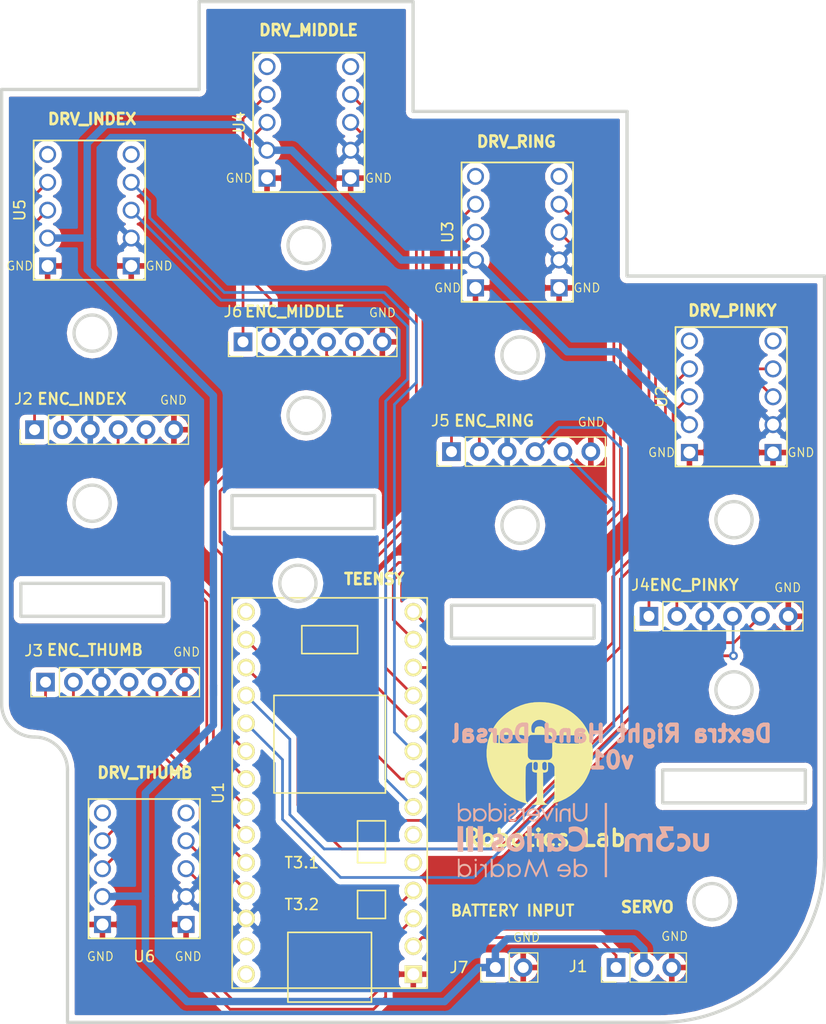
<source format=kicad_pcb>
(kicad_pcb (version 20171130) (host pcbnew "(5.0.2)-1")
  (title_block (title "Dextra Right Hand Dorsal PCB") (date 2019-02-22) (rev v01) (comment 4 "Author: Andrea Gil Ruiz"))
  (layers (0 F.Cu signal hide) (31 B.Cu signal hide) (34 B.Paste user) (35 F.Paste user) (36 B.SilkS user) (37 F.SilkS user) (38 B.Mask user) (39 F.Mask user) (44 Edge.Cuts user))
  (net 0 "")
  (net 1 P0)
  (net 2 Vbat)
  (net 3 GND)
  (net 4 P20)
  (net 5 P21)
  (net 6 +3V3)
  (net 7 M24)
  (net 8 M14)
  (net 9 M15)
  (net 10 M25)
  (net 11 P23)
  (net 12 P22)
  (net 13 M11)
  (net 14 M21)
  (net 15 P15)
  (net 16 P14)
  (net 17 P16)
  (net 18 P17)
  (net 19 M22)
  (net 20 M12)
  (net 21 M13)
  (net 22 M23)
  (net 23 P19)
  (net 24 P18)
  (net 25 "Net-(U1-Pad20)")
  (net 26 P12)
  (net 27 "Net-(U1-Pad32)")
  (net 28 "Net-(U1-Pad33)")
  (net 29 P11)
  (net 30 P10)
  (net 31 P9)
  (net 32 P8)
  (net 33 P7)
  (net 34 P6)
  (net 35 P5)
  (net 36 "Net-(U1-Pad6)")
  (net 37 "Net-(U1-Pad5)")
  (net 38 P2)
  (net 39 P1)
  (net 40 "Net-(U2-Pad6)")
  (net 41 "Net-(U2-Pad5)")
  (net 42 "Net-(U3-Pad5)")
  (net 43 "Net-(U3-Pad6)")
  (net 44 "Net-(U4-Pad5)")
  (net 45 "Net-(U4-Pad6)")
  (net 46 "Net-(U5-Pad6)")
  (net 47 "Net-(U5-Pad5)")
  (net 48 "Net-(U6-Pad6)")
  (net 49 "Net-(U6-Pad5)")
  (module dorsalPCB_Components:Pololu_DRV8838 (layer F.Cu) (at 118.5 63.5 90)
    (fp_text reference U5 (at 0 -6.35 90) (layer F.SilkS))
    (fp_text value DRV_INDEX)
    (fp_text user GND (at -5.08 -6.35 -180) (layer F.SilkS) (effects (font (size 0.8 0.8) (thickness 0.1))))
    (fp_text user GND (at -5.08 6.35 -180) (layer F.SilkS) (effects (font (size 0.8 0.8) (thickness 0.1))))
    (pad 9 thru_hole circle (at -2.54 -3.81 90) (size 1.55 1.55) (drill 1.1) (layers *.Cu *.Mask) (net 2 Vbat))
    (pad 8 thru_hole circle (at 0 -3.81 90) (size 1.55 1.55) (drill 1.1) (layers *.Cu *.Mask) (net 7 M24))
    (pad 7 thru_hole circle (at 2.54 -3.81 90) (size 1.55 1.55) (drill 1.1) (layers *.Cu *.Mask) (net 8 M14))
    (pad 6 thru_hole circle (at 5.08 -3.81 90) (size 1.55 1.55) (drill 1.1) (layers *.Cu *.Mask) (net 46 "Net-(U5-Pad6)"))
    (pad 10 thru_hole rect (at -5.08 -3.81 90) (size 1.55 1.55) (drill 1.1) (layers *.Cu *.Mask) (net 3 GND))
    (pad 5 thru_hole circle (at 5.08 3.81 90) (size 1.55 1.55) (drill 1.1) (layers *.Cu *.Mask) (net 47 "Net-(U5-Pad5)"))
    (pad 4 thru_hole circle (at 2.54 3.81 90) (size 1.55 1.55) (drill 1.1) (layers *.Cu *.Mask) (net 33 P7))
    (pad 3 thru_hole circle (at 0 3.81 90) (size 1.55 1.55) (drill 1.1) (layers *.Cu *.Mask) (net 35 P5))
    (pad 2 thru_hole circle (at -2.54 3.81 90) (size 1.55 1.55) (drill 1.1) (layers *.Cu *.Mask) (net 6 +3V3))
    (pad 1 thru_hole rect (at -5.08 3.81 180) (size 1.55 1.55) (drill 1.1) (layers *.Cu *.Mask) (net 3 GND))
  )
  (module dorsalPCB_Components:Teensy31_32_SidesOnly (layer F.Cu) (at 140.4 116.6 90)
    (fp_text reference U1 (at 0 -10.16 90) (layer F.SilkS))
    (fp_text value Teensy3.1)
    (fp_text user T3.1 (at -6.35 -2.54 180) (layer F.SilkS))
    (fp_text user T3.2 (at -10.16 -2.54 180) (layer F.SilkS))
    (pad 1 thru_hole rect (at -16.51 7.62 90) (size 1.6 1.6) (drill 1.1) (layers *.Cu *.Mask F.SilkS) (net 3 GND))
    (pad 2 thru_hole circle (at -13.97 7.62 90) (size 1.6 1.6) (drill 1.1) (layers *.Cu *.Mask F.SilkS) (net 1 P0))
    (pad 3 thru_hole circle (at -11.43 7.62 90) (size 1.6 1.6) (drill 1.1) (layers *.Cu *.Mask F.SilkS) (net 39 P1))
    (pad 4 thru_hole circle (at -8.89 7.62 90) (size 1.6 1.6) (drill 1.1) (layers *.Cu *.Mask F.SilkS) (net 38 P2))
    (pad 5 thru_hole circle (at -6.35 7.62 90) (size 1.6 1.6) (drill 1.1) (layers *.Cu *.Mask F.SilkS) (net 37 "Net-(U1-Pad5)"))
    (pad 6 thru_hole circle (at -3.81 7.62 90) (size 1.6 1.6) (drill 1.1) (layers *.Cu *.Mask F.SilkS) (net 36 "Net-(U1-Pad6)"))
    (pad 7 thru_hole circle (at -1.27 7.62 90) (size 1.6 1.6) (drill 1.1) (layers *.Cu *.Mask F.SilkS) (net 35 P5))
    (pad 8 thru_hole circle (at 1.27 7.62 90) (size 1.6 1.6) (drill 1.1) (layers *.Cu *.Mask F.SilkS) (net 34 P6))
    (pad 9 thru_hole circle (at 3.81 7.62 90) (size 1.6 1.6) (drill 1.1) (layers *.Cu *.Mask F.SilkS) (net 33 P7))
    (pad 10 thru_hole circle (at 6.35 7.62 90) (size 1.6 1.6) (drill 1.1) (layers *.Cu *.Mask F.SilkS) (net 32 P8))
    (pad 11 thru_hole circle (at 8.89 7.62 90) (size 1.6 1.6) (drill 1.1) (layers *.Cu *.Mask F.SilkS) (net 31 P9))
    (pad 12 thru_hole circle (at 11.43 7.62 90) (size 1.6 1.6) (drill 1.1) (layers *.Cu *.Mask F.SilkS) (net 30 P10))
    (pad 13 thru_hole circle (at 13.97 7.62 90) (size 1.6 1.6) (drill 1.1) (layers *.Cu *.Mask F.SilkS) (net 29 P11))
    (pad 33 thru_hole circle (at -16.51 -7.62 90) (size 1.6 1.6) (drill 1.1) (layers *.Cu *.Mask F.SilkS) (net 28 "Net-(U1-Pad33)"))
    (pad 32 thru_hole circle (at -13.97 -7.62 90) (size 1.6 1.6) (drill 1.1) (layers *.Cu *.Mask F.SilkS) (net 27 "Net-(U1-Pad32)"))
    (pad 31 thru_hole circle (at -11.43 -7.62 90) (size 1.6 1.6) (drill 1.1) (layers *.Cu *.Mask F.SilkS) (net 6 +3V3))
    (pad 30 thru_hole circle (at -8.89 -7.62 90) (size 1.6 1.6) (drill 1.1) (layers *.Cu *.Mask F.SilkS) (net 11 P23))
    (pad 29 thru_hole circle (at -6.35 -7.62 90) (size 1.6 1.6) (drill 1.1) (layers *.Cu *.Mask F.SilkS) (net 12 P22))
    (pad 28 thru_hole circle (at -3.81 -7.62 90) (size 1.6 1.6) (drill 1.1) (layers *.Cu *.Mask F.SilkS) (net 5 P21))
    (pad 27 thru_hole circle (at -1.27 -7.62 90) (size 1.6 1.6) (drill 1.1) (layers *.Cu *.Mask F.SilkS) (net 4 P20))
    (pad 26 thru_hole circle (at 1.27 -7.62 90) (size 1.6 1.6) (drill 1.1) (layers *.Cu *.Mask F.SilkS) (net 23 P19))
    (pad 25 thru_hole circle (at 3.81 -7.62 90) (size 1.6 1.6) (drill 1.1) (layers *.Cu *.Mask F.SilkS) (net 24 P18))
    (pad 24 thru_hole circle (at 6.35 -7.62 90) (size 1.6 1.6) (drill 1.1) (layers *.Cu *.Mask F.SilkS) (net 18 P17))
    (pad 23 thru_hole circle (at 8.89 -7.62 90) (size 1.6 1.6) (drill 1.1) (layers *.Cu *.Mask F.SilkS) (net 17 P16))
    (pad 22 thru_hole circle (at 11.43 -7.62 90) (size 1.6 1.6) (drill 1.1) (layers *.Cu *.Mask F.SilkS) (net 15 P15))
    (pad 21 thru_hole circle (at 13.97 -7.62 90) (size 1.6 1.6) (drill 1.1) (layers *.Cu *.Mask F.SilkS) (net 16 P14))
    (pad 14 thru_hole circle (at 16.51 7.62 90) (size 1.6 1.6) (drill 1.1) (layers *.Cu *.Mask F.SilkS) (net 26 P12))
    (pad 20 thru_hole circle (at 16.51 -7.62 90) (size 1.6 1.6) (drill 1.1) (layers *.Cu *.Mask F.SilkS) (net 25 "Net-(U1-Pad20)"))
  )
  (module Connector_PinHeader_2.54mm:PinHeader_1x03_P2.54mm_Vertical (layer F.Cu) (at 166.5 132.5 90)
    (fp_text reference J1 (at 0.09488 -3.45994 180) (layer F.SilkS))
    (fp_text value Servo)
    (pad 1 thru_hole rect (at 0 0 90) (size 1.7 1.7) (drill 1) (layers *.Cu *.Mask) (net 1 P0))
    (pad 2 thru_hole oval (at 0 2.54 90) (size 1.7 1.7) (drill 1) (layers *.Cu *.Mask) (net 2 Vbat))
    (pad 3 thru_hole oval (at 0 5.08 90) (size 1.7 1.7) (drill 1) (layers *.Cu *.Mask) (net 3 GND))
  )
  (module Connector_PinHeader_2.54mm:PinHeader_1x06_P2.54mm_Vertical (layer F.Cu) (at 113.5 83.5 90)
    (fp_text reference J2 (at 2.80928 -1.01102 180) (layer F.SilkS))
    (fp_text value ENC_INDEX)
    (pad 6 thru_hole oval (at 0 12.7 90) (size 1.7 1.7) (drill 1) (layers *.Cu *.Mask) (net 3 GND))
    (pad 5 thru_hole oval (at 0 10.16 90) (size 1.7 1.7) (drill 1) (layers *.Cu *.Mask) (net 4 P20))
    (pad 4 thru_hole oval (at 0 7.62 90) (size 1.7 1.7) (drill 1) (layers *.Cu *.Mask) (net 5 P21))
    (pad 3 thru_hole oval (at 0 5.08 90) (size 1.7 1.7) (drill 1) (layers *.Cu *.Mask) (net 6 +3V3))
    (pad 2 thru_hole oval (at 0 2.54 90) (size 1.7 1.7) (drill 1) (layers *.Cu *.Mask) (net 7 M24))
    (pad 1 thru_hole rect (at 0 0 90) (size 1.7 1.7) (drill 1) (layers *.Cu *.Mask) (net 8 M14))
  )
  (module Connector_PinHeader_2.54mm:PinHeader_1x06_P2.54mm_Vertical (layer F.Cu) (at 114.5 106.5 90)
    (fp_text reference J3 (at 2.86546 -1.0763 180) (layer F.SilkS))
    (fp_text value ENC_THUMB)
    (pad 1 thru_hole rect (at 0 0 90) (size 1.7 1.7) (drill 1) (layers *.Cu *.Mask) (net 9 M15))
    (pad 2 thru_hole oval (at 0 2.54 90) (size 1.7 1.7) (drill 1) (layers *.Cu *.Mask) (net 10 M25))
    (pad 3 thru_hole oval (at 0 5.08 90) (size 1.7 1.7) (drill 1) (layers *.Cu *.Mask) (net 6 +3V3))
    (pad 4 thru_hole oval (at 0 7.62 90) (size 1.7 1.7) (drill 1) (layers *.Cu *.Mask) (net 11 P23))
    (pad 5 thru_hole oval (at 0 10.16 90) (size 1.7 1.7) (drill 1) (layers *.Cu *.Mask) (net 12 P22))
    (pad 6 thru_hole oval (at 0 12.7 90) (size 1.7 1.7) (drill 1) (layers *.Cu *.Mask) (net 3 GND))
  )
  (module Connector_PinHeader_2.54mm:PinHeader_1x06_P2.54mm_Vertical (layer F.Cu) (at 169.5 100.5 90)
    (fp_text reference J4 (at 2.8497 -0.7678 180) (layer F.SilkS))
    (fp_text value ENC_PINKY)
    (pad 1 thru_hole rect (at 0 0 90) (size 1.7 1.7) (drill 1) (layers *.Cu *.Mask) (net 13 M11))
    (pad 2 thru_hole oval (at 0 2.54 90) (size 1.7 1.7) (drill 1) (layers *.Cu *.Mask) (net 14 M21))
    (pad 3 thru_hole oval (at 0 5.08 90) (size 1.7 1.7) (drill 1) (layers *.Cu *.Mask) (net 6 +3V3))
    (pad 4 thru_hole oval (at 0 7.62 90) (size 1.7 1.7) (drill 1) (layers *.Cu *.Mask) (net 15 P15))
    (pad 5 thru_hole oval (at 0 10.16 90) (size 1.7 1.7) (drill 1) (layers *.Cu *.Mask) (net 16 P14))
    (pad 6 thru_hole oval (at 0 12.7 90) (size 1.7 1.7) (drill 1) (layers *.Cu *.Mask) (net 3 GND))
  )
  (module Connector_PinHeader_2.54mm:PinHeader_1x06_P2.54mm_Vertical (layer F.Cu) (at 151.5 85.5 90)
    (fp_text reference J5 (at 2.81792 -1.01516 180) (layer F.SilkS))
    (fp_text value ENC_RING)
    (pad 6 thru_hole oval (at 0 12.7 90) (size 1.7 1.7) (drill 1) (layers *.Cu *.Mask) (net 3 GND))
    (pad 5 thru_hole oval (at 0 10.16 90) (size 1.7 1.7) (drill 1) (layers *.Cu *.Mask) (net 17 P16))
    (pad 4 thru_hole oval (at 0 7.62 90) (size 1.7 1.7) (drill 1) (layers *.Cu *.Mask) (net 18 P17))
    (pad 3 thru_hole oval (at 0 5.08 90) (size 1.7 1.7) (drill 1) (layers *.Cu *.Mask) (net 6 +3V3))
    (pad 2 thru_hole oval (at 0 2.54 90) (size 1.7 1.7) (drill 1) (layers *.Cu *.Mask) (net 19 M22))
    (pad 1 thru_hole rect (at 0 0 90) (size 1.7 1.7) (drill 1) (layers *.Cu *.Mask) (net 20 M12))
  )
  (module Connector_PinHeader_2.54mm:PinHeader_1x06_P2.54mm_Vertical (layer F.Cu) (at 132.5 75.5 90)
    (fp_text reference J6 (at 2.7671 -0.91276 180) (layer F.SilkS))
    (fp_text value ENC_MIDDLE)
    (pad 1 thru_hole rect (at 0 0 90) (size 1.7 1.7) (drill 1) (layers *.Cu *.Mask) (net 21 M13))
    (pad 2 thru_hole oval (at 0 2.54 90) (size 1.7 1.7) (drill 1) (layers *.Cu *.Mask) (net 22 M23))
    (pad 3 thru_hole oval (at 0 5.08 90) (size 1.7 1.7) (drill 1) (layers *.Cu *.Mask) (net 6 +3V3))
    (pad 4 thru_hole oval (at 0 7.62 90) (size 1.7 1.7) (drill 1) (layers *.Cu *.Mask) (net 23 P19))
    (pad 5 thru_hole oval (at 0 10.16 90) (size 1.7 1.7) (drill 1) (layers *.Cu *.Mask) (net 24 P18))
    (pad 6 thru_hole oval (at 0 12.7 90) (size 1.7 1.7) (drill 1) (layers *.Cu *.Mask) (net 3 GND))
  )
  (module dorsalPCB_Components:Pololu_DRV8838 (layer F.Cu) (at 177 80.5 90)
    (fp_text reference U2 (at 0 -6.35 90) (layer F.SilkS))
    (fp_text value DRV_PINKY)
    (fp_text user GND (at -5.08 -6.35 -180) (layer F.SilkS) (effects (font (size 0.8 0.8) (thickness 0.1))))
    (fp_text user GND (at -5.08 6.35 -180) (layer F.SilkS) (effects (font (size 0.8 0.8) (thickness 0.1))))
    (pad 9 thru_hole circle (at -2.54 -3.81 90) (size 1.55 1.55) (drill 1.1) (layers *.Cu *.Mask) (net 2 Vbat))
    (pad 8 thru_hole circle (at 0 -3.81 90) (size 1.55 1.55) (drill 1.1) (layers *.Cu *.Mask) (net 14 M21))
    (pad 7 thru_hole circle (at 2.54 -3.81 90) (size 1.55 1.55) (drill 1.1) (layers *.Cu *.Mask) (net 13 M11))
    (pad 6 thru_hole circle (at 5.08 -3.81 90) (size 1.55 1.55) (drill 1.1) (layers *.Cu *.Mask) (net 40 "Net-(U2-Pad6)"))
    (pad 10 thru_hole rect (at -5.08 -3.81 90) (size 1.55 1.55) (drill 1.1) (layers *.Cu *.Mask) (net 3 GND))
    (pad 5 thru_hole circle (at 5.08 3.81 90) (size 1.55 1.55) (drill 1.1) (layers *.Cu *.Mask) (net 41 "Net-(U2-Pad5)"))
    (pad 4 thru_hole circle (at 2.54 3.81 90) (size 1.55 1.55) (drill 1.1) (layers *.Cu *.Mask) (net 26 P12))
    (pad 3 thru_hole circle (at 0 3.81 90) (size 1.55 1.55) (drill 1.1) (layers *.Cu *.Mask) (net 30 P10))
    (pad 2 thru_hole circle (at -2.54 3.81 90) (size 1.55 1.55) (drill 1.1) (layers *.Cu *.Mask) (net 6 +3V3))
    (pad 1 thru_hole rect (at -5.08 3.81 180) (size 1.55 1.55) (drill 1.1) (layers *.Cu *.Mask) (net 3 GND))
  )
  (module dorsalPCB_Components:Pololu_DRV8838 (layer F.Cu) (at 157.5 65.5 90)
    (fp_text reference U3 (at 0 -6.35 90) (layer F.SilkS))
    (fp_text value DRV_RING)
    (fp_text user GND (at -5.08 6.35 -180) (layer F.SilkS) (effects (font (size 0.8 0.8) (thickness 0.1))))
    (fp_text user GND (at -5.08 -6.35 -180) (layer F.SilkS) (effects (font (size 0.8 0.8) (thickness 0.1))))
    (pad 1 thru_hole rect (at -5.08 3.81 180) (size 1.55 1.55) (drill 1.1) (layers *.Cu *.Mask) (net 3 GND))
    (pad 2 thru_hole circle (at -2.54 3.81 90) (size 1.55 1.55) (drill 1.1) (layers *.Cu *.Mask) (net 6 +3V3))
    (pad 3 thru_hole circle (at 0 3.81 90) (size 1.55 1.55) (drill 1.1) (layers *.Cu *.Mask) (net 31 P9))
    (pad 4 thru_hole circle (at 2.54 3.81 90) (size 1.55 1.55) (drill 1.1) (layers *.Cu *.Mask) (net 29 P11))
    (pad 5 thru_hole circle (at 5.08 3.81 90) (size 1.55 1.55) (drill 1.1) (layers *.Cu *.Mask) (net 42 "Net-(U3-Pad5)"))
    (pad 10 thru_hole rect (at -5.08 -3.81 90) (size 1.55 1.55) (drill 1.1) (layers *.Cu *.Mask) (net 3 GND))
    (pad 6 thru_hole circle (at 5.08 -3.81 90) (size 1.55 1.55) (drill 1.1) (layers *.Cu *.Mask) (net 43 "Net-(U3-Pad6)"))
    (pad 7 thru_hole circle (at 2.54 -3.81 90) (size 1.55 1.55) (drill 1.1) (layers *.Cu *.Mask) (net 20 M12))
    (pad 8 thru_hole circle (at 0 -3.81 90) (size 1.55 1.55) (drill 1.1) (layers *.Cu *.Mask) (net 19 M22))
    (pad 9 thru_hole circle (at -2.54 -3.81 90) (size 1.55 1.55) (drill 1.1) (layers *.Cu *.Mask) (net 2 Vbat))
  )
  (module dorsalPCB_Components:Pololu_DRV8838 (layer F.Cu) (at 138.5 55.5 90)
    (fp_text reference U4 (at 0 -6.35 90) (layer F.SilkS))
    (fp_text value DRV_MIDDLE)
    (fp_text user GND (at -5.08 6.35 -180) (layer F.SilkS) (effects (font (size 0.8 0.8) (thickness 0.1))))
    (fp_text user GND (at -5.08 -6.35 -180) (layer F.SilkS) (effects (font (size 0.8 0.8) (thickness 0.1))))
    (pad 1 thru_hole rect (at -5.08 3.81 180) (size 1.55 1.55) (drill 1.1) (layers *.Cu *.Mask) (net 3 GND))
    (pad 2 thru_hole circle (at -2.54 3.81 90) (size 1.55 1.55) (drill 1.1) (layers *.Cu *.Mask) (net 6 +3V3))
    (pad 3 thru_hole circle (at 0 3.81 90) (size 1.55 1.55) (drill 1.1) (layers *.Cu *.Mask) (net 34 P6))
    (pad 4 thru_hole circle (at 2.54 3.81 90) (size 1.55 1.55) (drill 1.1) (layers *.Cu *.Mask) (net 32 P8))
    (pad 5 thru_hole circle (at 5.08 3.81 90) (size 1.55 1.55) (drill 1.1) (layers *.Cu *.Mask) (net 44 "Net-(U4-Pad5)"))
    (pad 10 thru_hole rect (at -5.08 -3.81 90) (size 1.55 1.55) (drill 1.1) (layers *.Cu *.Mask) (net 3 GND))
    (pad 6 thru_hole circle (at 5.08 -3.81 90) (size 1.55 1.55) (drill 1.1) (layers *.Cu *.Mask) (net 45 "Net-(U4-Pad6)"))
    (pad 7 thru_hole circle (at 2.54 -3.81 90) (size 1.55 1.55) (drill 1.1) (layers *.Cu *.Mask) (net 21 M13))
    (pad 8 thru_hole circle (at 0 -3.81 90) (size 1.55 1.55) (drill 1.1) (layers *.Cu *.Mask) (net 22 M23))
    (pad 9 thru_hole circle (at -2.54 -3.81 90) (size 1.55 1.55) (drill 1.1) (layers *.Cu *.Mask) (net 2 Vbat))
  )
  (module dorsalPCB_Components:Pololu_DRV8838 (layer F.Cu) (at 123.5 123.5 90)
    (fp_text reference U6 (at -8 0 -180) (layer F.SilkS))
    (fp_text value DRV_THUMB)
    (fp_text user GND (at -8 -4 -180) (layer F.SilkS) (effects (font (size 0.8 0.8) (thickness 0.1))))
    (fp_text user GND (at -8 4 -180) (layer F.SilkS) (effects (font (size 0.8 0.8) (thickness 0.1))))
    (pad 9 thru_hole circle (at -2.54 -3.81 90) (size 1.55 1.55) (drill 1.1) (layers *.Cu *.Mask) (net 2 Vbat))
    (pad 8 thru_hole circle (at 0 -3.81 90) (size 1.55 1.55) (drill 1.1) (layers *.Cu *.Mask) (net 10 M25))
    (pad 7 thru_hole circle (at 2.54 -3.81 90) (size 1.55 1.55) (drill 1.1) (layers *.Cu *.Mask) (net 9 M15))
    (pad 6 thru_hole circle (at 5.08 -3.81 90) (size 1.55 1.55) (drill 1.1) (layers *.Cu *.Mask) (net 48 "Net-(U6-Pad6)"))
    (pad 10 thru_hole rect (at -5.08 -3.81 90) (size 1.55 1.55) (drill 1.1) (layers *.Cu *.Mask) (net 3 GND))
    (pad 5 thru_hole circle (at 5.08 3.81 90) (size 1.55 1.55) (drill 1.1) (layers *.Cu *.Mask) (net 49 "Net-(U6-Pad5)"))
    (pad 4 thru_hole circle (at 2.54 3.81 90) (size 1.55 1.55) (drill 1.1) (layers *.Cu *.Mask) (net 38 P2))
    (pad 3 thru_hole circle (at 0 3.81 90) (size 1.55 1.55) (drill 1.1) (layers *.Cu *.Mask) (net 39 P1))
    (pad 2 thru_hole circle (at -2.54 3.81 90) (size 1.55 1.55) (drill 1.1) (layers *.Cu *.Mask) (net 6 +3V3))
    (pad 1 thru_hole rect (at -5.08 3.81 180) (size 1.55 1.55) (drill 1.1) (layers *.Cu *.Mask) (net 3 GND))
  )
  (module Connector_PinHeader_2.54mm:PinHeader_1x02_P2.54mm_Vertical (layer F.Cu) (at 155.5 132.5 90)
    (fp_text reference J7 (at -0.00164 -3.32098 180) (layer F.SilkS))
    (fp_text value "Batery Input")
    (pad 1 thru_hole rect (at 0 0 90) (size 1.7 1.7) (drill 1) (layers *.Cu *.Mask) (net 2 Vbat))
    (pad 2 thru_hole oval (at 0 2.54 90) (size 1.7 1.7) (drill 1) (layers *.Cu *.Mask) (net 3 GND))
  )
  (module dorsalPCB_Components:robotislablogo (layer F.Cu) (at 159.57042 112.9919)
    (fp_text reference G*** hide)
    (fp_text value LOGO hide)
  )
  (module dorsalPCB_Components:LogoUC3M_7 (layer B.Cu) (at 163.51504 120.91416 180)
    (fp_text reference G*** hide)
    (fp_text value LOGO hide)
  )
  (gr_text "Robotics Lab" (at 159.98698 120.70588) (layer F.SilkS) (effects (font (size 1.5 1.5) (thickness 0.3))))
  (gr_text GND (at 182.1434 97.88652) (layer F.SilkS) (effects (font (size 0.8 0.8) (thickness 0.1))))
  (gr_text GND (at 164.23894 82.80908) (layer F.SilkS) (effects (font (size 0.8 0.8) (thickness 0.1))))
  (gr_text GND (at 145.20672 72.84212) (layer F.SilkS) (effects (font (size 0.8 0.8) (thickness 0.1))))
  (gr_text GND (at 126.1618 80.80502) (layer F.SilkS) (effects (font (size 0.8 0.8) (thickness 0.1))))
  (gr_text GND (at 127.36068 103.75392) (layer F.SilkS) (effects (font (size 0.8 0.8) (thickness 0.1))))
  (gr_text GND (at 171.84624 129.66446) (layer F.SilkS) (effects (font (size 0.8 0.8) (thickness 0.1))))
  (gr_text GND (at 158.3436 129.76098) (layer F.SilkS) (effects (font (size 0.8 0.8) (thickness 0.1))))
  (gr_text "ENC_PINKY\n" (at 173.61916 97.6503) (layer F.SilkS) (effects (font (size 1 1) (thickness 0.2))))
  (gr_text ENC_RING (at 155.38704 82.68208) (layer F.SilkS) (effects (font (size 1 1) (thickness 0.2))))
  (gr_text ENC_MIDDLE (at 137.21842 72.7329) (layer F.SilkS) (effects (font (size 1 1) (thickness 0.2))))
  (gr_text "ENC_THUMB\n" (at 119.00154 103.57104) (layer F.SilkS) (effects (font (size 1 1) (thickness 0.2))))
  (gr_text ENC_INDEX (at 117.81536 80.69072) (layer F.SilkS) (effects (font (size 1 1) (thickness 0.2))))
  (gr_text "BATTERY INPUT" (at 157.06598 127.32004) (layer F.SilkS) (effects (font (size 1 1) (thickness 0.2))))
  (gr_text SERVO (at 169.3545 126.99492) (layer F.SilkS) (effects (font (size 1 1) (thickness 0.25))))
  (gr_text "TEENSY\n" (at 144.45742 97.10928) (layer F.SilkS) (effects (font (size 1 1) (thickness 0.25))))
  (gr_text "DRV_THUMB\n" (at 123.5583 114.74958) (layer F.SilkS) (effects (font (size 1 1) (thickness 0.25))))
  (gr_text "DRV_PINKY\n" (at 177.1015 72.64654) (layer F.SilkS) (effects (font (size 1 1) (thickness 0.25))))
  (gr_text "DRV_RING\n" (at 157.40888 57.25414) (layer F.SilkS) (effects (font (size 1 1) (thickness 0.25))))
  (gr_text "DRV_MIDDLE\n" (at 138.47318 47.09668) (layer F.SilkS) (effects (font (size 1 1) (thickness 0.25))))
  (gr_text "DRV_INDEX\n" (at 118.745 55.19674) (layer F.SilkS) (effects (font (size 1 1) (thickness 0.25))))
  (gr_text "Dextra Right Hand Dorsal\nv01" (at 166.1 112.4) (layer B.SilkS) (effects (font (size 1.5 1.5) (thickness 0.375)) (justify mirror)))
  (gr_line (start 170.75 117.5) (end 170.75 114.5) (layer Edge.Cuts) (width 0.3))
  (gr_line (start 183.75 117.5) (end 170.75 117.5) (layer Edge.Cuts) (width 0.3))
  (gr_line (start 183.75 114.5) (end 183.75 117.5) (layer Edge.Cuts) (width 0.3))
  (gr_line (start 170.75 114.5) (end 183.75 114.5) (layer Edge.Cuts) (width 0.3))
  (gr_line (start 151.5 102.5) (end 151.5 99.5) (layer Edge.Cuts) (width 0.3))
  (gr_line (start 164.5 102.5) (end 151.5 102.5) (layer Edge.Cuts) (width 0.3))
  (gr_line (start 164.5 99.5) (end 164.5 102.5) (layer Edge.Cuts) (width 0.3))
  (gr_line (start 151.5 99.5) (end 164.5 99.5) (layer Edge.Cuts) (width 0.3))
  (gr_line (start 131.5 92.5) (end 131.5 89.5) (layer Edge.Cuts) (width 0.3))
  (gr_line (start 144.5 92.5) (end 131.5 92.5) (layer Edge.Cuts) (width 0.3))
  (gr_line (start 144.5 89.5) (end 144.5 92.5) (layer Edge.Cuts) (width 0.3))
  (gr_line (start 131.5 89.5) (end 144.5 89.5) (layer Edge.Cuts) (width 0.3))
  (gr_line (start 112.25 100.5) (end 112.25 97.5) (layer Edge.Cuts) (width 0.3))
  (gr_line (start 125.25 100.5) (end 112.25 100.5) (layer Edge.Cuts) (width 0.3))
  (gr_line (start 125.25 97.5) (end 125.25 100.5) (layer Edge.Cuts) (width 0.3))
  (gr_line (start 112.25 97.5) (end 125.25 97.5) (layer Edge.Cuts) (width 0.3))
  (gr_circle (center 177.25 107.2) (end 178.9 107.2) (layer Edge.Cuts) (width 0.3))
  (gr_circle (center 157.75 76.7) (end 159.4 76.7) (layer Edge.Cuts) (width 0.3))
  (gr_circle (center 175.25 126.5) (end 176.9 126.5) (layer Edge.Cuts) (width 0.3))
  (gr_circle (center 157.75 92.2) (end 159.4 92.2) (layer Edge.Cuts) (width 0.3))
  (gr_circle (center 137.5 97.5) (end 139.15 97.5) (layer Edge.Cuts) (width 0.3))
  (gr_circle (center 177.25 91.7) (end 178.9 91.7) (layer Edge.Cuts) (width 0.3))
  (gr_circle (center 118.75 90.2) (end 120.4 90.2) (layer Edge.Cuts) (width 0.3))
  (gr_circle (center 138.25 82.2) (end 139.9 82.2) (layer Edge.Cuts) (width 0.3))
  (gr_circle (center 118.75 74.7) (end 120.4 74.7) (layer Edge.Cuts) (width 0.3))
  (gr_circle (center 138.25 66.7) (end 139.9 66.7) (layer Edge.Cuts) (width 0.3))
  (gr_arc (start 113.5 108.5) (end 110.5 108.5) (angle -90) (layer Edge.Cuts) (width 0.3))
  (gr_arc (start 113.5 114.5) (end 116.5 114.5) (angle -90) (layer Edge.Cuts) (width 0.3))
  (gr_arc (start 170.5 122.5) (end 170.5 137.5) (angle -90) (layer Edge.Cuts) (width 0.3))
  (gr_line (start 170.5 137.5) (end 116.5 137.5) (layer Edge.Cuts) (width 0.3))
  (gr_line (start 116.5 114.5) (end 116.5 137.5) (layer Edge.Cuts) (width 0.3))
  (gr_line (start 110.5 52.5) (end 110.5 108.5) (layer Edge.Cuts) (width 0.3))
  (gr_line (start 185.5 69.5) (end 185.5 122.5) (layer Edge.Cuts) (width 0.3))
  (gr_line (start 167.5 69.5) (end 185.5 69.5) (layer Edge.Cuts) (width 0.3))
  (gr_line (start 167.5 54.5) (end 167.5 69.5) (layer Edge.Cuts) (width 0.3))
  (gr_line (start 148 54.5) (end 167.5 54.5) (layer Edge.Cuts) (width 0.3))
  (gr_line (start 148 44.5) (end 148 54.5) (layer Edge.Cuts) (width 0.3))
  (gr_line (start 128.5 44.5) (end 148 44.5) (layer Edge.Cuts) (width 0.3))
  (gr_line (start 128.5 52.5) (end 128.5 44.5) (layer Edge.Cuts) (width 0.3))
  (gr_line (start 110.5 52.5) (end 128.5 52.5) (layer Edge.Cuts) (width 0.3))
  (segment (start 166.5 131.4) (end 166.5 132.5) (width 0.25) (layer F.Cu) (net 1))
  (segment (start 164.870001 129.770001) (end 166.5 131.4) (width 0.25) (layer F.Cu) (net 1))
  (segment (start 148.819999 129.770001) (end 164.870001 129.770001) (width 0.25) (layer F.Cu) (net 1))
  (segment (start 148.02 130.57) (end 148.819999 129.770001) (width 0.25) (layer F.Cu) (net 1))
  (segment (start 153.974 132.5) (end 150.874 135.6) (width 0.676) (layer B.Cu) (net 2))
  (segment (start 155.5 132.5) (end 153.974 132.5) (width 0.676) (layer B.Cu) (net 2))
  (segment (start 150.874 135.6) (end 127.4 135.6) (width 0.676) (layer B.Cu) (net 2))
  (segment (start 127.4 135.6) (end 123.6 131.8) (width 0.676) (layer B.Cu) (net 2))
  (segment (start 120.826015 126) (end 123.6 126) (width 0.676) (layer B.Cu) (net 2))
  (segment (start 120.786015 126.04) (end 120.826015 126) (width 0.676) (layer B.Cu) (net 2))
  (segment (start 119.69 126.04) (end 120.786015 126.04) (width 0.676) (layer B.Cu) (net 2))
  (segment (start 123.6 131.8) (end 123.6 126) (width 0.676) (layer B.Cu) (net 2))
  (segment (start 132.35 55.7) (end 134.69 58.04) (width 0.676) (layer B.Cu) (net 2))
  (segment (start 120 55.7) (end 132.35 55.7) (width 0.676) (layer B.Cu) (net 2))
  (segment (start 129.8 80.4) (end 118.3 68.9) (width 0.676) (layer B.Cu) (net 2))
  (segment (start 118.3 57.4) (end 120 55.7) (width 0.676) (layer B.Cu) (net 2))
  (segment (start 118.24 66.04) (end 118.3 66.1) (width 0.676) (layer B.Cu) (net 2))
  (segment (start 114.69 66.04) (end 118.24 66.04) (width 0.676) (layer B.Cu) (net 2))
  (segment (start 118.3 68.9) (end 118.3 66.1) (width 0.676) (layer B.Cu) (net 2))
  (segment (start 118.3 66.1) (end 118.3 57.4) (width 0.676) (layer B.Cu) (net 2))
  (segment (start 146.94 68.04) (end 153.69 68.04) (width 0.676) (layer B.Cu) (net 2))
  (segment (start 134.69 58.04) (end 136.94 58.04) (width 0.676) (layer B.Cu) (net 2))
  (segment (start 136.94 58.04) (end 146.94 68.04) (width 0.676) (layer B.Cu) (net 2))
  (segment (start 153.69 68.04) (end 162.05 76.4) (width 0.676) (layer B.Cu) (net 2))
  (segment (start 172.415001 82.265001) (end 173.19 83.04) (width 0.676) (layer B.Cu) (net 2))
  (segment (start 166.55 76.4) (end 172.415001 82.265001) (width 0.676) (layer B.Cu) (net 2))
  (segment (start 162.05 76.4) (end 166.55 76.4) (width 0.676) (layer B.Cu) (net 2))
  (segment (start 129.8 110.4) (end 129.8 106.8) (width 0.676) (layer B.Cu) (net 2))
  (segment (start 124 116.2) (end 129.8 110.4) (width 0.676) (layer B.Cu) (net 2))
  (segment (start 129.8 107.7) (end 129.8 106.8) (width 0.676) (layer B.Cu) (net 2))
  (segment (start 129.8 106.8) (end 129.8 80.4) (width 0.676) (layer B.Cu) (net 2))
  (segment (start 124 116.2) (end 123.6 116.6) (width 0.676) (layer B.Cu) (net 2))
  (segment (start 123.6 126) (end 123.6 116.6) (width 0.676) (layer B.Cu) (net 2))
  (segment (start 169.04 130.84) (end 169.04 132.5) (width 0.676) (layer B.Cu) (net 2))
  (segment (start 168.1 129.9) (end 169.04 130.84) (width 0.676) (layer B.Cu) (net 2))
  (segment (start 156.574 129.9) (end 168.1 129.9) (width 0.676) (layer B.Cu) (net 2))
  (segment (start 155.5 132.5) (end 155.5 130.974) (width 0.676) (layer B.Cu) (net 2))
  (segment (start 155.5 130.974) (end 156.574 129.9) (width 0.676) (layer B.Cu) (net 2))
  (segment (start 123.66 91.86) (end 123.66 83.5) (width 0.25) (layer F.Cu) (net 4))
  (segment (start 123.66 92.86) (end 123.66 91.86) (width 0.25) (layer F.Cu) (net 4))
  (segment (start 129.8 99) (end 123.66 92.86) (width 0.25) (layer F.Cu) (net 4))
  (segment (start 132.78 117.87) (end 129.8 114.89) (width 0.25) (layer F.Cu) (net 4))
  (segment (start 129.8 114.89) (end 129.8 99) (width 0.25) (layer F.Cu) (net 4))
  (segment (start 129.2 115.2) (end 129.2 99.2) (width 0.25) (layer F.Cu) (net 5))
  (segment (start 130.8 116.8) (end 129.2 115.2) (width 0.25) (layer F.Cu) (net 5))
  (segment (start 132.78 120.41) (end 130.8 118.43) (width 0.25) (layer F.Cu) (net 5))
  (segment (start 130.8 118.43) (end 130.8 116.8) (width 0.25) (layer F.Cu) (net 5))
  (segment (start 121.12 84.702081) (end 121.1 84.722081) (width 0.25) (layer F.Cu) (net 5))
  (segment (start 121.12 83.5) (end 121.12 84.702081) (width 0.25) (layer F.Cu) (net 5))
  (segment (start 121.1 84.722081) (end 121.1 86) (width 0.25) (layer F.Cu) (net 5))
  (segment (start 123 87.9) (end 123 93) (width 0.25) (layer F.Cu) (net 5))
  (segment (start 121.1 86) (end 123 87.9) (width 0.25) (layer F.Cu) (net 5))
  (segment (start 129.2 99.2) (end 123 93) (width 0.25) (layer F.Cu) (net 5))
  (segment (start 116.04 77.04) (end 116.04 83.5) (width 0.25) (layer F.Cu) (net 7))
  (segment (start 113 74) (end 116.04 77.04) (width 0.25) (layer F.Cu) (net 7))
  (segment (start 114.69 63.5) (end 113 65.19) (width 0.25) (layer F.Cu) (net 7))
  (segment (start 113 65.19) (end 113 74) (width 0.25) (layer F.Cu) (net 7))
  (segment (start 113.5 83.5) (end 113.5 83.1) (width 0.25) (layer F.Cu) (net 8))
  (segment (start 113.5 83.5) (end 113.5 76) (width 0.25) (layer F.Cu) (net 8))
  (segment (start 112.5 63.15) (end 114.69 60.96) (width 0.25) (layer F.Cu) (net 8))
  (segment (start 113.5 76) (end 112.5 75) (width 0.25) (layer F.Cu) (net 8))
  (segment (start 112.1 63.55) (end 112.5 63.15) (width 0.254) (layer F.Cu) (net 8))
  (segment (start 112.5 75) (end 112.1 74.6) (width 0.254) (layer F.Cu) (net 8))
  (segment (start 112.1 74.6) (end 112.1 63.55) (width 0.254) (layer F.Cu) (net 8))
  (segment (start 121.2 119.45) (end 119.69 120.96) (width 0.25) (layer F.Cu) (net 9))
  (segment (start 121.2 115.5) (end 121.2 119.45) (width 0.25) (layer F.Cu) (net 9))
  (segment (start 114.5 106.5) (end 114.5 108.8) (width 0.25) (layer F.Cu) (net 9))
  (segment (start 114.5 108.8) (end 121.2 115.5) (width 0.25) (layer F.Cu) (net 9))
  (segment (start 121.9 121.29) (end 121.19 122) (width 0.25) (layer F.Cu) (net 10))
  (segment (start 121.9 115) (end 121.9 121.29) (width 0.25) (layer F.Cu) (net 10))
  (segment (start 117.04 110.14) (end 121.9 115) (width 0.25) (layer F.Cu) (net 10))
  (segment (start 117.04 106.5) (end 117.04 110.14) (width 0.25) (layer F.Cu) (net 10))
  (segment (start 119.69 123.5) (end 121.19 122) (width 0.25) (layer F.Cu) (net 10))
  (segment (start 121.19 122) (end 121.3 121.89) (width 0.25) (layer F.Cu) (net 10))
  (segment (start 122.12 106.5) (end 122.12 110.12) (width 0.25) (layer F.Cu) (net 11))
  (segment (start 122.12 110.12) (end 128.6 116.6) (width 0.25) (layer F.Cu) (net 11))
  (segment (start 132.78 125.49) (end 130.5 123.21) (width 0.25) (layer F.Cu) (net 11))
  (segment (start 130.5 121.7) (end 128.6 119.8) (width 0.25) (layer F.Cu) (net 11))
  (segment (start 130.5 123.21) (end 130.5 121.7) (width 0.25) (layer F.Cu) (net 11))
  (segment (start 128.6 116.6) (end 128.6 119.8) (width 0.25) (layer F.Cu) (net 11))
  (segment (start 129.2 119.37) (end 132.78 122.95) (width 0.25) (layer F.Cu) (net 12))
  (segment (start 129.2 116.4) (end 129.2 119.37) (width 0.25) (layer F.Cu) (net 12))
  (segment (start 124.66 111.86) (end 129.2 116.4) (width 0.25) (layer F.Cu) (net 12))
  (segment (start 124.66 111.5) (end 124.66 111.86) (width 0.25) (layer F.Cu) (net 12))
  (segment (start 124.66 106.5) (end 124.66 111.5) (width 0.25) (layer F.Cu) (net 12))
  (segment (start 169.5 98.9) (end 169.5 100.5) (width 0.25) (layer F.Cu) (net 13))
  (segment (start 171 97.4) (end 169.5 98.9) (width 0.25) (layer F.Cu) (net 13))
  (segment (start 173.19 77.96) (end 171 80.15) (width 0.25) (layer F.Cu) (net 13))
  (segment (start 171 80.15) (end 171 97.4) (width 0.25) (layer F.Cu) (net 13))
  (segment (start 172.04 97.84) (end 172.04 100.5) (width 0.25) (layer F.Cu) (net 14))
  (segment (start 171.7 97.5) (end 172.04 97.84) (width 0.25) (layer F.Cu) (net 14))
  (segment (start 173.19 80.5) (end 171.7 81.99) (width 0.25) (layer F.Cu) (net 14))
  (segment (start 171.7 81.99) (end 171.7 97.5) (width 0.25) (layer F.Cu) (net 14))
  (segment (start 137.5 109.89) (end 137.5 117.7) (width 0.25) (layer F.Cu) (net 15))
  (segment (start 137.5 117.7) (end 141.5 121.7) (width 0.25) (layer F.Cu) (net 15))
  (segment (start 141.5 121.7) (end 155.8 121.7) (width 0.25) (layer F.Cu) (net 15))
  (segment (start 132.78 105.17) (end 137.5 109.89) (width 0.25) (layer F.Cu) (net 15))
  (via (at 177.2 104.1) (size 0.8) (drill 0.4) (layers F.Cu B.Cu) (net 15))
  (segment (start 177.17362 100.55362) (end 177.12 100.5) (width 0.25) (layer B.Cu) (net 15))
  (segment (start 177.17362 103.625) (end 177.17362 100.55362) (width 0.25) (layer B.Cu) (net 15))
  (segment (start 177.17362 104.07362) (end 177.2 104.1) (width 0.254) (layer B.Cu) (net 15))
  (segment (start 177.17362 103.625) (end 177.17362 104.07362) (width 0.254) (layer B.Cu) (net 15))
  (segment (start 176.634315 104.1) (end 173.4 104.1) (width 0.254) (layer F.Cu) (net 15))
  (segment (start 177.2 104.1) (end 176.634315 104.1) (width 0.254) (layer F.Cu) (net 15))
  (segment (start 155.8 121.7) (end 173.4 104.1) (width 0.25) (layer F.Cu) (net 15))
  (segment (start 177.26 102.9) (end 179.66 100.5) (width 0.25) (layer F.Cu) (net 16))
  (segment (start 132.78 102.63) (end 138.2 108.05) (width 0.25) (layer F.Cu) (net 16))
  (segment (start 138.2 108.05) (end 138.2 117.3) (width 0.25) (layer F.Cu) (net 16))
  (segment (start 138.2 117.3) (end 140 119.1) (width 0.25) (layer F.Cu) (net 16))
  (segment (start 140 119.1) (end 157.3 119.1) (width 0.25) (layer F.Cu) (net 16))
  (segment (start 157.3 119.1) (end 173.5 102.9) (width 0.25) (layer F.Cu) (net 16))
  (segment (start 173.5 102.9) (end 177.26 102.9) (width 0.25) (layer F.Cu) (net 16))
  (segment (start 165 88.84) (end 161.66 85.5) (width 0.25) (layer B.Cu) (net 17))
  (segment (start 165.5 89.34) (end 165 88.84) (width 0.25) (layer B.Cu) (net 17))
  (segment (start 155.1 121.7) (end 152.5 121.7) (width 0.25) (layer B.Cu) (net 17))
  (segment (start 152.5 121.7) (end 152.8 121.7) (width 0.25) (layer B.Cu) (net 17))
  (segment (start 165 88.84) (end 165.04 88.84) (width 0.25) (layer B.Cu) (net 17))
  (segment (start 165.04 88.84) (end 166.3 90.1) (width 0.25) (layer B.Cu) (net 17))
  (segment (start 166.3 90.1) (end 166.3 110.5) (width 0.25) (layer B.Cu) (net 17))
  (segment (start 166.3 110.5) (end 155.1 121.7) (width 0.25) (layer B.Cu) (net 17))
  (segment (start 136.77 118.57) (end 136.77 111.7) (width 0.25) (layer B.Cu) (net 17))
  (segment (start 139.9 121.7) (end 136.77 118.57) (width 0.25) (layer B.Cu) (net 17))
  (segment (start 152.5 121.7) (end 139.9 121.7) (width 0.25) (layer B.Cu) (net 17))
  (segment (start 132.78 107.71) (end 136.77 111.7) (width 0.25) (layer B.Cu) (net 17))
  (segment (start 136.1 113.57) (end 136.1 119) (width 0.25) (layer B.Cu) (net 18))
  (segment (start 132.78 110.25) (end 136.1 113.57) (width 0.25) (layer B.Cu) (net 18))
  (segment (start 136.1 119) (end 141.4 124.3) (width 0.25) (layer B.Cu) (net 18))
  (segment (start 153.5 124.3) (end 167 110.8) (width 0.25) (layer B.Cu) (net 18))
  (segment (start 165.1 83.3) (end 167 85.2) (width 0.25) (layer B.Cu) (net 18))
  (segment (start 161.32 83.3) (end 165.1 83.3) (width 0.25) (layer B.Cu) (net 18))
  (segment (start 159.12 85.5) (end 161.32 83.3) (width 0.25) (layer B.Cu) (net 18))
  (segment (start 167 110.8) (end 167 85.2) (width 0.25) (layer B.Cu) (net 18))
  (segment (start 153.5 124.3) (end 141.4 124.3) (width 0.25) (layer B.Cu) (net 18))
  (segment (start 154.04 82.14) (end 154.04 85.5) (width 0.25) (layer F.Cu) (net 19))
  (segment (start 152.2 80.3) (end 154.04 82.14) (width 0.25) (layer F.Cu) (net 19))
  (segment (start 153.69 65.5) (end 152.2 66.99) (width 0.25) (layer F.Cu) (net 19))
  (segment (start 152.2 66.99) (end 152.2 80.3) (width 0.25) (layer F.Cu) (net 19))
  (segment (start 151.5 65.15) (end 151.5 85.5) (width 0.25) (layer F.Cu) (net 20))
  (segment (start 153.69 62.96) (end 151.5 65.15) (width 0.25) (layer F.Cu) (net 20))
  (segment (start 132.5 55.15) (end 132.5 75.5) (width 0.25) (layer F.Cu) (net 21))
  (segment (start 134.69 52.96) (end 132.5 55.15) (width 0.25) (layer F.Cu) (net 21))
  (segment (start 135.04 71.64) (end 135.04 75.5) (width 0.25) (layer F.Cu) (net 22))
  (segment (start 133.1 69.7) (end 135.04 71.64) (width 0.25) (layer F.Cu) (net 22))
  (segment (start 134.69 55.5) (end 133.1 57.09) (width 0.25) (layer F.Cu) (net 22))
  (segment (start 133.1 57.09) (end 133.1 69.7) (width 0.25) (layer F.Cu) (net 22))
  (segment (start 130.95 113.5) (end 130.74999 113.29999) (width 0.25) (layer F.Cu) (net 23))
  (segment (start 132.78 115.33) (end 130.95 113.5) (width 0.25) (layer F.Cu) (net 23))
  (segment (start 140.12 76.702081) (end 140.12 75.5) (width 0.25) (layer F.Cu) (net 23))
  (segment (start 142 78.582081) (end 140.12 76.702081) (width 0.25) (layer F.Cu) (net 23))
  (segment (start 141.3 86.9) (end 142 86.2) (width 0.25) (layer F.Cu) (net 23))
  (segment (start 130.95 113.5) (end 130.6 113.15) (width 0.25) (layer F.Cu) (net 23))
  (segment (start 130.6 113.15) (end 130.6 94.93641) (width 0.25) (layer F.Cu) (net 23))
  (segment (start 129.6 93.93641) (end 129.6 88.86359) (width 0.25) (layer F.Cu) (net 23))
  (segment (start 142 86.2) (end 142 78.582081) (width 0.25) (layer F.Cu) (net 23))
  (segment (start 130.6 94.93641) (end 129.6 93.93641) (width 0.25) (layer F.Cu) (net 23))
  (segment (start 129.6 88.86359) (end 131.56359 86.9) (width 0.25) (layer F.Cu) (net 23))
  (segment (start 131.56359 86.9) (end 141.3 86.9) (width 0.25) (layer F.Cu) (net 23))
  (segment (start 142.66 86.74) (end 142.66 75.5) (width 0.25) (layer F.Cu) (net 24))
  (segment (start 141.7 87.7) (end 142.66 86.74) (width 0.25) (layer F.Cu) (net 24))
  (segment (start 131.8 87.7) (end 141.7 87.7) (width 0.25) (layer F.Cu) (net 24))
  (segment (start 130.4 89.1) (end 131.8 87.7) (width 0.25) (layer F.Cu) (net 24))
  (segment (start 131.49 111.5) (end 131.49 111.49) (width 0.25) (layer F.Cu) (net 24))
  (segment (start 132.78 112.79) (end 131.49 111.5) (width 0.25) (layer F.Cu) (net 24))
  (segment (start 131.3 111.3) (end 131.3 94.6) (width 0.25) (layer F.Cu) (net 24))
  (segment (start 131.3 94.6) (end 130.4 93.7) (width 0.25) (layer F.Cu) (net 24))
  (segment (start 131.49 111.49) (end 131.3 111.3) (width 0.25) (layer F.Cu) (net 24))
  (segment (start 130.4 93.7) (end 130.4 89.1) (width 0.25) (layer F.Cu) (net 24))
  (segment (start 179.26 77.96) (end 180.81 77.96) (width 0.25) (layer F.Cu) (net 26))
  (segment (start 174.6 73.3) (end 179.26 77.96) (width 0.25) (layer F.Cu) (net 26))
  (segment (start 171.5 73.3) (end 174.6 73.3) (width 0.25) (layer F.Cu) (net 26))
  (segment (start 169.5 93.6) (end 169.5 75.3) (width 0.25) (layer F.Cu) (net 26))
  (segment (start 166.2 96.9) (end 169.5 93.6) (width 0.25) (layer F.Cu) (net 26))
  (segment (start 148.02 100.09) (end 150 102.07) (width 0.25) (layer F.Cu) (net 26))
  (segment (start 150 102.07) (end 150 103.3) (width 0.25) (layer F.Cu) (net 26))
  (segment (start 150 103.3) (end 151.2 104.5) (width 0.25) (layer F.Cu) (net 26))
  (segment (start 169.5 75.3) (end 171.5 73.3) (width 0.25) (layer F.Cu) (net 26))
  (segment (start 151.2 104.5) (end 164.6 104.5) (width 0.25) (layer F.Cu) (net 26))
  (segment (start 164.6 104.5) (end 166.2 102.9) (width 0.25) (layer F.Cu) (net 26))
  (segment (start 166.2 102.9) (end 166.2 96.9) (width 0.25) (layer F.Cu) (net 26))
  (segment (start 146.2 100.81) (end 148.02 102.63) (width 0.25) (layer F.Cu) (net 29))
  (segment (start 146.2 97.2) (end 146.2 100.81) (width 0.25) (layer F.Cu) (net 29))
  (segment (start 147.1 96.3) (end 146.2 97.2) (width 0.25) (layer F.Cu) (net 29))
  (segment (start 164.5 71.7) (end 166.9 74.1) (width 0.25) (layer F.Cu) (net 29))
  (segment (start 164.5 66.15) (end 164.5 71.7) (width 0.25) (layer F.Cu) (net 29))
  (segment (start 166.9 74.1) (end 166.9 90.9) (width 0.25) (layer F.Cu) (net 29))
  (segment (start 161.31 62.96) (end 164.5 66.15) (width 0.25) (layer F.Cu) (net 29))
  (segment (start 166.9 90.9) (end 161.5 96.3) (width 0.25) (layer F.Cu) (net 29))
  (segment (start 161.5 96.3) (end 147.1 96.3) (width 0.25) (layer F.Cu) (net 29))
  (segment (start 148.02 105.17) (end 165.03 105.17) (width 0.25) (layer F.Cu) (net 30))
  (segment (start 165.03 105.17) (end 166.9 103.3) (width 0.25) (layer F.Cu) (net 30))
  (segment (start 166.9 103.3) (end 166.9 97.1) (width 0.25) (layer F.Cu) (net 30))
  (segment (start 175.9 75.59) (end 180.81 80.5) (width 0.25) (layer F.Cu) (net 30))
  (segment (start 166.9 97.1) (end 170.1 93.9) (width 0.25) (layer F.Cu) (net 30))
  (segment (start 170.1 93.9) (end 170.1 75.6) (width 0.25) (layer F.Cu) (net 30))
  (segment (start 170.1 75.6) (end 171.8 73.9) (width 0.25) (layer F.Cu) (net 30))
  (segment (start 175.89 75.59) (end 174.2 73.9) (width 0.25) (layer F.Cu) (net 30))
  (segment (start 175.9 75.59) (end 175.89 75.59) (width 0.25) (layer F.Cu) (net 30))
  (segment (start 171.8 73.9) (end 174.2 73.9) (width 0.25) (layer F.Cu) (net 30))
  (segment (start 145.5 105.19) (end 145.51 105.2) (width 0.25) (layer F.Cu) (net 31))
  (segment (start 145.5 96.8) (end 145.5 105.19) (width 0.25) (layer F.Cu) (net 31))
  (segment (start 146.7 95.6) (end 145.5 96.8) (width 0.25) (layer F.Cu) (net 31))
  (segment (start 163.9 68.09) (end 163.9 72.1) (width 0.25) (layer F.Cu) (net 31))
  (segment (start 161.31 65.5) (end 163.9 68.09) (width 0.25) (layer F.Cu) (net 31))
  (segment (start 163.9 72.1) (end 166.3 74.5) (width 0.25) (layer F.Cu) (net 31))
  (segment (start 145.51 105.2) (end 148.02 107.71) (width 0.25) (layer F.Cu) (net 31))
  (segment (start 166.3 74.5) (end 166.3 90.5) (width 0.25) (layer F.Cu) (net 31))
  (segment (start 166.3 90.5) (end 161.2 95.6) (width 0.25) (layer F.Cu) (net 31))
  (segment (start 161.2 95.6) (end 146.7 95.6) (width 0.25) (layer F.Cu) (net 31))
  (segment (start 145.45 60.05) (end 145.45 56.1) (width 0.25) (layer F.Cu) (net 32))
  (segment (start 142.31 52.96) (end 145.45 56.1) (width 0.25) (layer F.Cu) (net 32))
  (segment (start 148.02 110.25) (end 144 106.23) (width 0.25) (layer F.Cu) (net 32))
  (segment (start 144 106.23) (end 144 95.8) (width 0.25) (layer F.Cu) (net 32))
  (segment (start 144 95.8) (end 148.9 90.9) (width 0.25) (layer F.Cu) (net 32))
  (segment (start 148.9 63.5) (end 145.45 60.05) (width 0.25) (layer F.Cu) (net 32))
  (segment (start 148.9 90.9) (end 148.9 63.5) (width 0.25) (layer F.Cu) (net 32))
  (segment (start 124 62.65) (end 122.31 60.96) (width 0.25) (layer B.Cu) (net 33))
  (segment (start 124 64.2) (end 124 62.65) (width 0.25) (layer B.Cu) (net 33))
  (segment (start 130.8 71) (end 124 64.2) (width 0.25) (layer B.Cu) (net 33))
  (segment (start 148.02 112.79) (end 146.3 111.07) (width 0.25) (layer B.Cu) (net 33))
  (segment (start 146.3 81.2) (end 148.3 79.2) (width 0.25) (layer B.Cu) (net 33))
  (segment (start 148.3 79.2) (end 148.3 73.9) (width 0.25) (layer B.Cu) (net 33))
  (segment (start 148.3 73.9) (end 145.4 71) (width 0.25) (layer B.Cu) (net 33))
  (segment (start 146.3 111.07) (end 146.3 81.2) (width 0.25) (layer B.Cu) (net 33))
  (segment (start 145.4 71) (end 130.8 71) (width 0.25) (layer B.Cu) (net 33))
  (segment (start 148.02 115.33) (end 146.88863 115.33) (width 0.25) (layer F.Cu) (net 34))
  (segment (start 142.31 55.5) (end 144.9 58.09) (width 0.25) (layer F.Cu) (net 34))
  (segment (start 144.9 58.09) (end 144.9 60.5) (width 0.25) (layer F.Cu) (net 34))
  (segment (start 144.9 60.5) (end 148.3 63.9) (width 0.25) (layer F.Cu) (net 34))
  (segment (start 148.3 63.9) (end 148.3 90.5) (width 0.25) (layer F.Cu) (net 34))
  (segment (start 143.3 111.74137) (end 143.35863 111.8) (width 0.25) (layer F.Cu) (net 34))
  (segment (start 143.3 95.5) (end 143.3 111.74137) (width 0.25) (layer F.Cu) (net 34))
  (segment (start 146.88863 115.33) (end 143.35863 111.8) (width 0.25) (layer F.Cu) (net 34))
  (segment (start 148.3 90.5) (end 143.3 95.5) (width 0.25) (layer F.Cu) (net 34))
  (segment (start 130.51 71.7) (end 122.31 63.5) (width 0.25) (layer B.Cu) (net 35))
  (segment (start 145.5 115.35) (end 145.5 80.9) (width 0.25) (layer B.Cu) (net 35))
  (segment (start 148.02 117.87) (end 145.5 115.35) (width 0.25) (layer B.Cu) (net 35))
  (segment (start 145.5 80.9) (end 147.5 78.9) (width 0.25) (layer B.Cu) (net 35))
  (segment (start 147.5 78.9) (end 147.5 74.1) (width 0.25) (layer B.Cu) (net 35))
  (segment (start 147.5 74.1) (end 145.1 71.7) (width 0.25) (layer B.Cu) (net 35))
  (segment (start 145.1 71.7) (end 130.51 71.7) (width 0.25) (layer B.Cu) (net 35))
  (segment (start 144.9 128.61) (end 148.02 125.49) (width 0.25) (layer F.Cu) (net 38))
  (segment (start 129.5 123.15) (end 129.5 133.4) (width 0.25) (layer F.Cu) (net 38))
  (segment (start 127.31 120.96) (end 129.5 123.15) (width 0.25) (layer F.Cu) (net 38))
  (segment (start 129.5 133.4) (end 131.5 135.4) (width 0.25) (layer F.Cu) (net 38))
  (segment (start 131.5 135.4) (end 144 135.4) (width 0.25) (layer F.Cu) (net 38))
  (segment (start 144 135.4) (end 144.9 134.5) (width 0.25) (layer F.Cu) (net 38))
  (segment (start 144.9 134.5) (end 144.9 128.61) (width 0.25) (layer F.Cu) (net 38))
  (segment (start 148.02 128.03) (end 145.5 130.55) (width 0.25) (layer F.Cu) (net 39))
  (segment (start 145.5 130.55) (end 145.5 134.63641) (width 0.25) (layer F.Cu) (net 39))
  (segment (start 130.8 135.8) (end 130.5 135.5) (width 0.25) (layer F.Cu) (net 39))
  (segment (start 128.9 133.9) (end 130.5 135.5) (width 0.25) (layer F.Cu) (net 39))
  (segment (start 127.31 123.5) (end 128.9 125.09) (width 0.25) (layer F.Cu) (net 39))
  (segment (start 128.9 125.09) (end 128.9 133.9) (width 0.25) (layer F.Cu) (net 39))
  (segment (start 145.5 135.2) (end 145.5 134.63641) (width 0.254) (layer F.Cu) (net 39))
  (segment (start 144.4 136.3) (end 145.5 135.2) (width 0.254) (layer F.Cu) (net 39))
  (segment (start 130.8 135.8) (end 131.3 136.3) (width 0.254) (layer F.Cu) (net 39))
  (segment (start 131.3 136.3) (end 144.4 136.3) (width 0.254) (layer F.Cu) (net 39))
  (zone (net 3) (net_name GND) (layer F.Cu) (connect_pads (clearance 0.508)) (min_thickness 0.254) (fill yes (arc_segments 16) (thermal_gap 0.508) (thermal_bridge_width 0.508))
    (polygon (pts (xy 109.5 43.5) (xy 109.5 112.5) (xy 115.5 116.5) (xy 115.5 138.5) (xy 178.5 138.5) (xy 186.5 127.5) (xy 186 69) (xy 168 69) (xy 168 43.75)))
  )
  (zone (net 6) (net_name +3V3) (layer B.Cu) (connect_pads (clearance 0.508)) (min_thickness 0.254) (fill yes (arc_segments 16) (thermal_gap 0.508) (thermal_bridge_width 0.508))
    (polygon (pts (xy 109.5 43.5) (xy 109.5 112.5) (xy 115.5 116.5) (xy 115.5 138.5) (xy 178.5 138.5) (xy 186.5 127.5) (xy 186 69) (xy 168 69) (xy 168 43.75)))
  )
)
</source>
